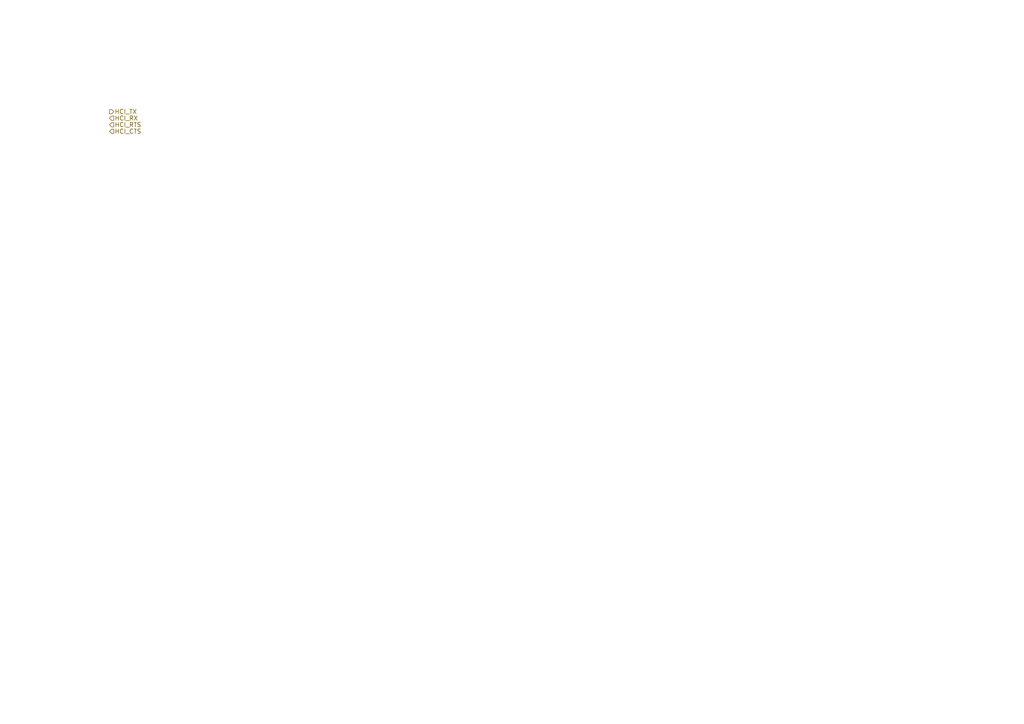
<source format=kicad_sch>
(kicad_sch (version 20211123) (generator eeschema)
  (paper "A4")
  (lib_symbols)
  (hierarchical_label "HCI_RTS" (shape input) (at 31.75 36.195 0))
  (hierarchical_label "HCI_RX" (shape input) (at 31.75 34.29 0))
  (hierarchical_label "HCI_TX" (shape output) (at 31.75 32.385 0))
  (hierarchical_label "HCI_CTS" (shape input) (at 31.75 38.1 0))
)
</source>
